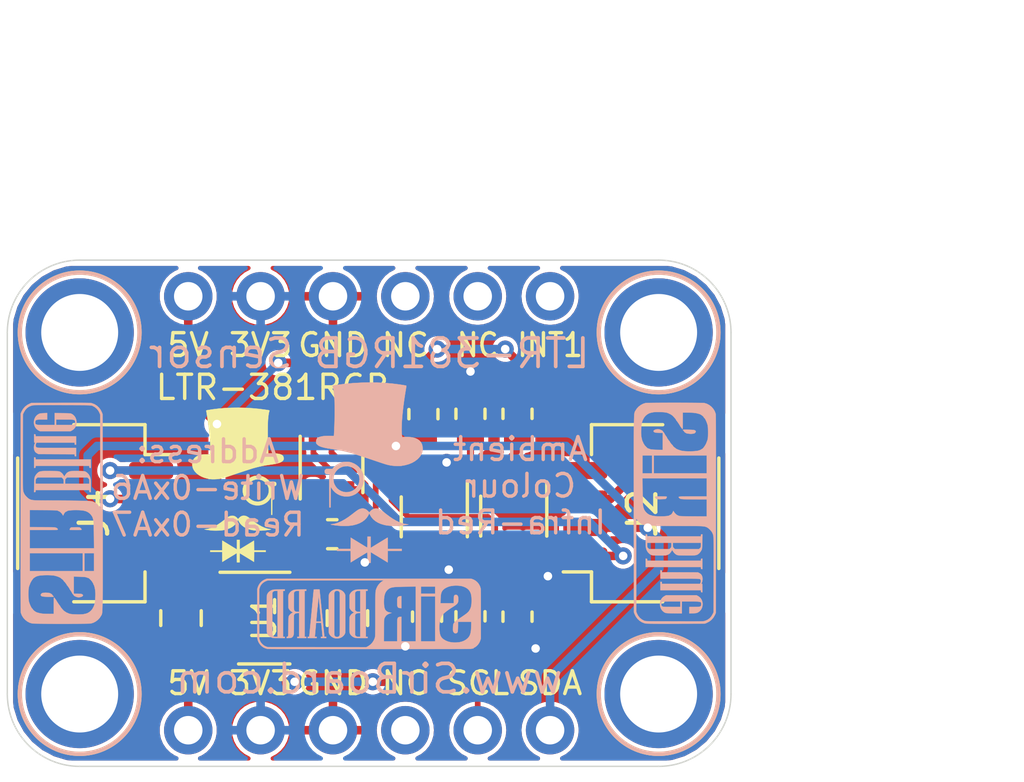
<source format=kicad_pcb>
(kicad_pcb (version 20171130) (host pcbnew "(5.1.2)-2")
  (title_block (title "LTR-381RGB Breakout with 5V Level Shift") (date 2020-01-29) (rev 1) (company SirBoard) (comment 1 "Automatic rejection for 50Hz/60Hz lighting") (comment 2 "Programmable 16 to 20 Bit Output") (comment 3 "Digital Ambient Light, Colour and Infrared Sensor with I2C") (comment 4 "LTR-381RGB - SirBlue"))
  (layers (0 F.Cu signal) (31 B.Cu signal) (34 B.Paste user hide) (35 F.Paste user hide) (36 B.SilkS user) (37 F.SilkS user) (38 B.Mask user hide) (39 F.Mask user hide) (44 Edge.Cuts user))
  (net 0 "")
  (net 1 GND)
  (net 2 5V)
  (net 3 3V3)
  (net 4 "Net-(U1-Pad4)")
  (net 5 INT1)
  (net 6 SCL_5V)
  (net 7 SDA_3V3)
  (net 8 SDA_5V)
  (net 9 SCL_3V3)
  (net 10 INT_3V3)
  (net 11 INT_5V)
  (net 12 "Net-(U2-Pad2)")
  (net 13 "Net-(J1-Pad4)")
  (net 14 "Net-(J3-Pad5)")
  (net 15 "Net-(J3-Pad4)")
  (module logo:logo54x76 (layer F.Cu) (at 60.6806 34.9758)
    (fp_text reference G*** hide)
    (fp_text value LOGO hide)
  )
  (module OptoDevice:Lite-On_LTR-303ALS-01 (layer F.Cu) (at 63.9572 34.2646 90)
    (fp_text reference LTR-381RGB (at 2.7178 -2.0574 180) (layer F.SilkS) (effects (font (size 0.85 0.85) (thickness 0.12))))
    (fp_text value LTR-381RGB-WA)
    (pad 6 smd roundrect (at 0.9 -0.65 90) (size 0.65 0.3) (layers F.Cu F.Paste F.Mask) (net 7 SDA_3V3))
    (pad 5 smd roundrect (at 0.9 0 90) (size 0.65 0.3) (layers F.Cu F.Paste F.Mask) (net 10 INT_3V3))
    (pad 4 smd roundrect (at 0.9 0.65 90) (size 0.65 0.3) (layers F.Cu F.Paste F.Mask) (net 9 SCL_3V3))
    (pad 3 smd roundrect (at -0.9 0.65 90) (size 0.65 0.3) (layers F.Cu F.Paste F.Mask) (net 1 GND))
    (pad 2 smd roundrect (at -0.9 0 90) (size 0.65 0.3) (layers F.Cu F.Paste F.Mask) (net 12 "Net-(U2-Pad2)"))
    (pad 1 smd roundrect (at -0.9 -0.65 90) (size 0.65 0.3) (layers F.Cu F.Paste F.Mask) (net 3 3V3))
  )
  (module Package_TO_SOT_SMD:SOT-363_SC-70-6 (layer F.Cu) (at 70.35292 36.068 270)
    (fp_text reference Q1 hide)
    (fp_text value BSS138DW)
    (pad 6 smd rect (at 0.95 -0.65 270) (size 0.65 0.4) (layers F.Cu F.Paste F.Mask))
    (pad 4 smd rect (at 0.95 0.65 270) (size 0.65 0.4) (layers F.Cu F.Paste F.Mask) (net 10 INT_3V3))
    (pad 2 smd rect (at -0.95 0 270) (size 0.65 0.4) (layers F.Cu F.Paste F.Mask))
    (pad 5 smd rect (at 0.95 0 270) (size 0.65 0.4) (layers F.Cu F.Paste F.Mask) (net 3 3V3))
    (pad 3 smd rect (at -0.95 0.65 270) (size 0.65 0.4) (layers F.Cu F.Paste F.Mask) (net 11 INT_5V))
    (pad 1 smd rect (at -0.95 -0.65 270) (size 0.65 0.4) (layers F.Cu F.Paste F.Mask))
  )
  (module Capacitor_SMD:C_0603_1608Metric (layer F.Cu) (at 63.9826 36.703)
    (fp_text reference C2 hide)
    (fp_text value 100nF)
    (pad 2 smd roundrect (at 0.7875 0) (size 0.875 0.95) (layers F.Cu F.Paste F.Mask) (net 1 GND))
    (pad 1 smd roundrect (at -0.7875 0) (size 0.875 0.95) (layers F.Cu F.Paste F.Mask) (net 3 3V3))
  )
  (module Package_TO_SOT_SMD:SOT-363_SC-70-6 (layer F.Cu) (at 67.564 36.0934 270)
    (fp_text reference Q2 hide)
    (fp_text value BSS138DW)
    (pad 6 smd rect (at 0.95 -0.65 270) (size 0.65 0.4) (layers F.Cu F.Paste F.Mask) (net 6 SCL_5V))
    (pad 4 smd rect (at 0.95 0.65 270) (size 0.65 0.4) (layers F.Cu F.Paste F.Mask) (net 7 SDA_3V3))
    (pad 2 smd rect (at -0.95 0 270) (size 0.65 0.4) (layers F.Cu F.Paste F.Mask) (net 3 3V3))
    (pad 5 smd rect (at 0.95 0 270) (size 0.65 0.4) (layers F.Cu F.Paste F.Mask) (net 3 3V3))
    (pad 3 smd rect (at -0.95 0.65 270) (size 0.65 0.4) (layers F.Cu F.Paste F.Mask) (net 8 SDA_5V))
    (pad 1 smd rect (at -0.95 -0.65 270) (size 0.65 0.4) (layers F.Cu F.Paste F.Mask) (net 9 SCL_3V3))
  )
  (module Resistor_SMD:R_0603_1608Metric (layer F.Cu) (at 68.834 39.5859 90)
    (fp_text reference R6 hide)
    (fp_text value 10K)
    (pad 2 smd roundrect (at 0.7875 0 90) (size 0.875 0.95) (layers F.Cu F.Paste F.Mask) (net 6 SCL_5V))
    (pad 1 smd roundrect (at -0.7875 0 90) (size 0.875 0.95) (layers F.Cu F.Paste F.Mask) (net 2 5V))
  )
  (module logo:SirBoard79x25 (layer B.Cu) (at 65.278 39.497 180)
    (fp_text reference G*** hide)
    (fp_text value LOGO hide)
  )
  (module logo:logo63x89 (layer B.Cu) (at 65.278 34.544 180)
    (fp_text reference G*** hide)
    (fp_text value LOGO hide)
  )
  (module logo:SirBlue78x29 (layer B.Cu) (at 76.0095 35.9664 270)
    (fp_text reference G*** hide)
    (fp_text value LOGO hide)
  )
  (module logo:SirBlue78x29 (layer B.Cu) (at 54.483 35.9664 90)
    (fp_text reference G*** hide)
    (fp_text value LOGO hide)
  )
  (module Connector_PinHeader_2.54mm:PinHeader_1x06_P2.54mm_Vertical (layer B.Cu) (at 58.928 28.3464 270)
    (fp_text reference J3 hide)
    (fp_text value Conn_01x06)
    (pad 6 thru_hole oval (at 0 -12.7 270) (size 1.7 1.7) (drill 1) (layers *.Cu *.Mask) (net 5 INT1))
    (pad 5 thru_hole oval (at 0 -10.16 270) (size 1.7 1.7) (drill 1) (layers *.Cu *.Mask) (net 14 "Net-(J3-Pad5)"))
    (pad 4 thru_hole oval (at 0 -7.62 270) (size 1.7 1.7) (drill 1) (layers *.Cu *.Mask) (net 15 "Net-(J3-Pad4)"))
    (pad 3 thru_hole oval (at 0 -5.08 270) (size 1.7 1.7) (drill 1) (layers *.Cu *.Mask) (net 1 GND))
    (pad 2 thru_hole oval (at 0 -2.54 270) (size 1.7 1.7) (drill 1) (layers *.Cu *.Mask) (net 3 3V3))
    (pad 1 thru_hole circle (at 0 0 270) (size 1.7 1.7) (drill 1) (layers *.Cu *.Mask) (net 2 5V))
  )
  (module Connector_PinHeader_2.54mm:PinHeader_1x06_P2.54mm_Vertical (layer B.Cu) (at 58.928 43.5864 270)
    (fp_text reference J1 hide)
    (fp_text value Conn_01x06)
    (pad 6 thru_hole oval (at 0 -12.7 270) (size 1.7 1.7) (drill 1) (layers *.Cu *.Mask) (net 8 SDA_5V))
    (pad 5 thru_hole oval (at 0 -10.16 270) (size 1.7 1.7) (drill 1) (layers *.Cu *.Mask) (net 6 SCL_5V))
    (pad 4 thru_hole oval (at 0 -7.62 270) (size 1.7 1.7) (drill 1) (layers *.Cu *.Mask) (net 13 "Net-(J1-Pad4)"))
    (pad 3 thru_hole oval (at 0 -5.08 270) (size 1.7 1.7) (drill 1) (layers *.Cu *.Mask) (net 1 GND))
    (pad 2 thru_hole oval (at 0 -2.54 270) (size 1.7 1.7) (drill 1) (layers *.Cu *.Mask) (net 3 3V3))
    (pad 1 thru_hole circle (at 0 0 270) (size 1.7 1.7) (drill 1) (layers *.Cu *.Mask) (net 2 5V))
  )
  (module Package_TO_SOT_SMD:SOT-23-5 (layer F.Cu) (at 61.595 39.6494)
    (fp_text reference U1 (at 0 0 90) (layer F.SilkS) (effects (font (size 0.8 0.8) (thickness 0.12))))
    (fp_text value AP2127K-3.3)
    (pad 5 smd rect (at 1.1 -0.95) (size 1.06 0.65) (layers F.Cu F.Paste F.Mask) (net 3 3V3))
    (pad 4 smd rect (at 1.1 0.95) (size 1.06 0.65) (layers F.Cu F.Paste F.Mask) (net 4 "Net-(U1-Pad4)"))
    (pad 3 smd rect (at -1.1 0.95) (size 1.06 0.65) (layers F.Cu F.Paste F.Mask) (net 2 5V))
    (pad 2 smd rect (at -1.1 0) (size 1.06 0.65) (layers F.Cu F.Paste F.Mask) (net 1 GND))
    (pad 1 smd rect (at -1.1 -0.95) (size 1.06 0.65) (layers F.Cu F.Paste F.Mask) (net 2 5V))
  )
  (module Connector_JST:JST_SH_SM04B-SRSS-TB_1x04-1MP_P1.00mm_Horizontal (layer F.Cu) (at 55.626 35.9664 270)
    (fp_text reference J4 (at 0 0 270) (layer F.SilkS))
    (fp_text value Conn_01x04)
    (pad MP smd roundrect (at 2.8 1.875 270) (size 1.2 1.8) (layers F.Cu F.Paste F.Mask) (roundrect_rratio 0.208333))
    (pad MP smd roundrect (at -2.8 1.875 270) (size 1.2 1.8) (layers F.Cu F.Paste F.Mask) (roundrect_rratio 0.208333))
    (pad 4 smd roundrect (at 1.5 -2 270) (size 0.6 1.55) (layers F.Cu F.Paste F.Mask) (net 1 GND))
    (pad 3 smd roundrect (at 0.5 -2 270) (size 0.6 1.55) (layers F.Cu F.Paste F.Mask) (net 2 5V))
    (pad 2 smd roundrect (at -0.5 -2 270) (size 0.6 1.55) (layers F.Cu F.Paste F.Mask) (net 8 SDA_5V))
    (pad 1 smd roundrect (at -1.5 -2 270) (size 0.6 1.55) (layers F.Cu F.Paste F.Mask) (net 6 SCL_5V))
  )
  (module Connector_JST:JST_SH_SM04B-SRSS-TB_1x04-1MP_P1.00mm_Horizontal (layer F.Cu) (at 74.8665 35.9664 90)
    (fp_text reference J2 (at 0 0 90) (layer F.SilkS))
    (fp_text value Conn_01x04)
    (pad MP smd roundrect (at 2.8 1.875 90) (size 1.2 1.8) (layers F.Cu F.Paste F.Mask) (roundrect_rratio 0.208333))
    (pad MP smd roundrect (at -2.8 1.875 90) (size 1.2 1.8) (layers F.Cu F.Paste F.Mask) (roundrect_rratio 0.208333))
    (pad 4 smd roundrect (at 1.5 -2 90) (size 0.6 1.55) (layers F.Cu F.Paste F.Mask) (net 1 GND))
    (pad 3 smd roundrect (at 0.5 -2 90) (size 0.6 1.55) (layers F.Cu F.Paste F.Mask) (net 2 5V))
    (pad 2 smd roundrect (at -0.5 -2 90) (size 0.6 1.55) (layers F.Cu F.Paste F.Mask) (net 8 SDA_5V))
    (pad 1 smd roundrect (at -1.5 -2 90) (size 0.6 1.55) (layers F.Cu F.Paste F.Mask) (net 6 SCL_5V))
  )
  (module Capacitor_SMD:C_0805_2012Metric (layer F.Cu) (at 64.516 39.6494 270)
    (fp_text reference C4 hide)
    (fp_text value 10uF)
    (pad 2 smd roundrect (at 0.9375 0 270) (size 0.975 1.4) (layers F.Cu F.Paste F.Mask) (net 1 GND))
    (pad 1 smd roundrect (at -0.9375 0 270) (size 0.975 1.4) (layers F.Cu F.Paste F.Mask) (net 3 3V3))
  )
  (module Capacitor_SMD:C_0805_2012Metric (layer F.Cu) (at 58.674 39.6494 90)
    (fp_text reference C1 hide)
    (fp_text value 10uF)
    (pad 2 smd roundrect (at 0.9375 0 90) (size 0.975 1.4) (layers F.Cu F.Paste F.Mask) (net 1 GND))
    (pad 1 smd roundrect (at -0.9375 0 90) (size 0.975 1.4) (layers F.Cu F.Paste F.Mask) (net 2 5V))
  )
  (module SirBoardLibrary:MountingHole_M2.5_SirBoard (layer F.Cu) (at 55.118 42.3164 270)
    (fp_text reference H1 hide)
    (fp_text value MountingHole)
    (pad 1 thru_hole circle (at 0 0 270) (size 3.8 3.8) (drill 2.7) (layers *.Cu *.Mask))
  )
  (module SirBoardLibrary:MountingHole_M2.5_SirBoard (layer F.Cu) (at 55.118 29.6164 270)
    (fp_text reference H2 hide)
    (fp_text value MountingHole)
    (pad 1 thru_hole circle (at 0 0 270) (size 3.8 3.8) (drill 2.7) (layers *.Cu *.Mask))
  )
  (module SirBoardLibrary:MountingHole_M2.5_SirBoard (layer F.Cu) (at 75.438 42.3164 90)
    (fp_text reference H3 hide)
    (fp_text value MountingHole)
    (pad 1 thru_hole circle (at 0 0 90) (size 3.8 3.8) (drill 2.7) (layers *.Cu *.Mask))
  )
  (module SirBoardLibrary:MountingHole_M2.5_SirBoard (layer F.Cu) (at 75.438 29.6164 90)
    (fp_text reference H4 hide)
    (fp_text value MountingHole)
    (pad 1 thru_hole circle (at 0 0 90) (size 3.8 3.8) (drill 2.7) (layers *.Cu *.Mask))
  )
  (module Resistor_SMD:R_0603_1608Metric (layer F.Cu) (at 67.183 32.4866 270)
    (fp_text reference R8 hide)
    (fp_text value 10K)
    (pad 2 smd roundrect (at 0.7875 0 270) (size 0.875 0.95) (layers F.Cu F.Paste F.Mask) (net 8 SDA_5V))
    (pad 1 smd roundrect (at -0.7875 0 270) (size 0.875 0.95) (layers F.Cu F.Paste F.Mask) (net 2 5V))
  )
  (module Resistor_SMD:R_0603_1608Metric (layer F.Cu) (at 67.31 39.5986 270)
    (fp_text reference R7 hide)
    (fp_text value 10K)
    (pad 2 smd roundrect (at 0.7875 0 270) (size 0.875 0.95) (layers F.Cu F.Paste F.Mask) (net 3 3V3))
    (pad 1 smd roundrect (at -0.7875 0 270) (size 0.875 0.95) (layers F.Cu F.Paste F.Mask) (net 7 SDA_3V3))
  )
  (module Resistor_SMD:R_0603_1608Metric (layer F.Cu) (at 68.834 32.4739 90)
    (fp_text reference R5 hide)
    (fp_text value 10K)
    (pad 2 smd roundrect (at 0.7875 0 90) (size 0.875 0.95) (layers F.Cu F.Paste F.Mask) (net 3 3V3))
    (pad 1 smd roundrect (at -0.7875 0 90) (size 0.875 0.95) (layers F.Cu F.Paste F.Mask) (net 9 SCL_3V3))
  )
  (module Resistor_SMD:R_0603_1608Metric (layer F.Cu) (at 70.485 32.4739 270)
    (fp_text reference R4 hide)
    (fp_text value 10K)
    (pad 2 smd roundrect (at 0.7875 0 270) (size 0.875 0.95) (layers F.Cu F.Paste F.Mask) (net 11 INT_5V))
    (pad 1 smd roundrect (at -0.7875 0 270) (size 0.875 0.95) (layers F.Cu F.Paste F.Mask) (net 2 5V))
  )
  (module Resistor_SMD:R_0603_1608Metric (layer F.Cu) (at 70.485 39.5986 270)
    (fp_text reference R3 hide)
    (fp_text value 10K)
    (pad 2 smd roundrect (at 0.7875 0 270) (size 0.875 0.95) (layers F.Cu F.Paste F.Mask) (net 3 3V3))
    (pad 1 smd roundrect (at -0.7875 0 270) (size 0.875 0.95) (layers F.Cu F.Paste F.Mask) (net 10 INT_3V3))
  )
  (gr_text "Ambient\nColour\nInfra-Red" (at 70.5866 35.0012) (layer B.SilkS) (effects (font (size 0.8 0.8) (thickness 0.12)) (justify mirror)))
  (gr_text "Address:\nWrite-0xA6\nRead-0xA7" (at 59.6138 35.0774) (layer B.SilkS) (effects (font (size 0.8 0.8) (thickness 0.12)) (justify mirror)))
  (gr_text INT1 (at 71.628 30.0609) (layer F.SilkS) (effects (font (size 0.8 0.7) (thickness 0.12))))
  (gr_text NC (at 69.088 30.0609) (layer F.SilkS) (effects (font (size 0.8 0.7) (thickness 0.12))))
  (gr_text 5V (at 58.928 30.0609) (layer F.SilkS) (effects (font (size 0.8 0.8) (thickness 0.12))))
  (gr_text 3V3 (at 61.468 30.0609) (layer F.SilkS) (effects (font (size 0.8 0.8) (thickness 0.12))))
  (gr_text GND (at 64.008 30.0609) (layer F.SilkS) (effects (font (size 0.8 0.8) (thickness 0.12))))
  (gr_text NC (at 66.548 30.0609) (layer F.SilkS) (effects (font (size 0.8 0.8) (thickness 0.12))))
  (gr_text 5V (at 58.928 41.9354) (layer F.SilkS) (effects (font (size 0.8 0.8) (thickness 0.12))))
  (gr_text 3V3 (at 61.468 41.9354) (layer F.SilkS) (effects (font (size 0.8 0.8) (thickness 0.12))))
  (gr_text GND (at 64.008 41.9354) (layer F.SilkS) (effects (font (size 0.8 0.8) (thickness 0.12))))
  (gr_text NC (at 66.548 41.9354) (layer F.SilkS) (effects (font (size 0.8 0.8) (thickness 0.12))))
  (gr_text SCL (at 69.088 41.9354) (layer F.SilkS) (effects (font (size 0.8 0.8) (thickness 0.12))))
  (gr_text SDA (at 71.628 41.9354) (layer F.SilkS) (effects (font (size 0.8 0.8) (thickness 0.12))))
  (gr_arc (start 55.118 29.6164) (end 55.118 27.0764) (angle -90) (layer Edge.Cuts) (width 0.05))
  (gr_arc (start 75.438 29.6164) (end 77.978 29.6164) (angle -90) (layer Edge.Cuts) (width 0.05))
  (gr_arc (start 75.438 42.3164) (end 75.438 44.8564) (angle -90) (layer Edge.Cuts) (width 0.05))
  (gr_arc (start 55.118 42.3164) (end 52.578 42.3164) (angle -90) (layer Edge.Cuts) (width 0.05))
  (gr_line (start 52.578 42.3164) (end 52.578 29.6164) (layer Edge.Cuts) (width 0.05))
  (gr_line (start 55.118 27.0764) (end 75.438 27.0764) (layer Edge.Cuts) (width 0.05))
  (gr_line (start 77.978 29.6164) (end 77.978 42.3164) (layer Edge.Cuts) (width 0.05))
  (gr_line (start 75.438 44.8564) (end 55.118 44.8564) (layer Edge.Cuts) (width 0.05))
  (gr_text "LTR-381RGB Sensor" (at 65.278 30.353) (layer B.SilkS) (effects (font (size 1 1) (thickness 0.13)) (justify mirror)))
  (gr_text www.SirBoard.com (at 65.278 41.783) (layer B.SilkS) (effects (font (size 1 1) (thickness 0.13)) (justify mirror)))
  (segment (start 58.674 40.5869) (end 58.674 41.7449) (width 0.3) (layer F.Cu) (net 2))
  (segment (start 58.928 41.9989) (end 58.928 43.5864) (width 0.3) (layer F.Cu) (net 2))
  (segment (start 58.674 41.7449) (end 58.928 41.9989) (width 0.3) (layer F.Cu) (net 2))
  (segment (start 58.6865 40.5994) (end 58.674 40.5869) (width 0.3) (layer F.Cu) (net 2))
  (segment (start 60.495 40.5994) (end 58.6865 40.5994) (width 0.3) (layer F.Cu) (net 2))
  (segment (start 61.2165 40.5994) (end 60.495 40.5994) (width 0.3) (layer F.Cu) (net 2))
  (segment (start 61.468 40.3479) (end 61.2165 40.5994) (width 0.3) (layer F.Cu) (net 2))
  (segment (start 61.468 38.9509) (end 61.468 40.3479) (width 0.3) (layer F.Cu) (net 2))
  (segment (start 60.495 38.6994) (end 61.2165 38.6994) (width 0.3) (layer F.Cu) (net 2))
  (segment (start 61.2165 38.6994) (end 61.468 38.9509) (width 0.3) (layer F.Cu) (net 2))
  (segment (start 70.485 30.6324) (end 70.485 31.6864) (width 0.3) (layer F.Cu) (net 2))
  (segment (start 70.0532 30.2006) (end 70.0532 30.2006) (width 0.3) (layer F.Cu) (net 2))
  (segment (start 67.183 31.6991) (end 67.183 30.6832) (width 0.3) (layer F.Cu) (net 2))
  (segment (start 67.183 30.6832) (end 67.6656 30.2006) (width 0.3) (layer F.Cu) (net 2))
  (segment (start 57.626 36.4664) (end 59.936 36.4664) (width 0.3) (layer F.Cu) (net 2))
  (segment (start 60.495 37.0254) (end 60.495 38.6994) (width 0.3) (layer F.Cu) (net 2))
  (segment (start 59.936 36.4664) (end 60.495 37.0254) (width 0.3) (layer F.Cu) (net 2))
  (segment (start 68.834 41.3766) (end 68.834 40.3734) (width 0.3) (layer F.Cu) (net 2))
  (segment (start 68.326 41.8846) (end 68.834 41.3766) (width 0.3) (layer F.Cu) (net 2))
  (segment (start 60.495 40.5994) (end 60.495 41.2244) (width 0.3) (layer F.Cu) (net 2))
  (segment (start 60.495 41.2244) (end 61.1552 41.8846) (width 0.3) (layer F.Cu) (net 2))
  (via (at 62.6618 41.8846) (size 0.6) (drill 0.3) (layers F.Cu B.Cu) (net 2))
  (segment (start 61.1552 41.8846) (end 62.6618 41.8846) (width 0.3) (layer F.Cu) (net 2))
  (via (at 65.405 41.8846) (size 0.6) (drill 0.3) (layers F.Cu B.Cu) (net 2))
  (segment (start 62.6618 41.8846) (end 65.405 41.8846) (width 0.3) (layer B.Cu) (net 2))
  (segment (start 65.405 41.8846) (end 68.326 41.8846) (width 0.3) (layer F.Cu) (net 2))
  (segment (start 74.1934 33.3248) (end 74.1934 35.0145) (width 0.3) (layer F.Cu) (net 2))
  (segment (start 72.555 31.6864) (end 74.1934 33.3248) (width 0.3) (layer F.Cu) (net 2))
  (segment (start 70.485 31.6864) (end 72.555 31.6864) (width 0.3) (layer F.Cu) (net 2))
  (segment (start 74.1934 35.0145) (end 73.7415 35.4664) (width 0.3) (layer F.Cu) (net 2))
  (segment (start 73.7415 35.4664) (end 72.8665 35.4664) (width 0.3) (layer F.Cu) (net 2))
  (segment (start 59.936 36.4664) (end 59.936 32.8342) (width 0.3) (layer F.Cu) (net 2))
  (segment (start 58.928 31.8262) (end 58.928 28.3464) (width 0.3) (layer F.Cu) (net 2))
  (segment (start 59.936 32.8342) (end 58.928 31.8262) (width 0.3) (layer F.Cu) (net 2))
  (segment (start 67.183 30.6832) (end 62.087 30.6832) (width 0.3) (layer F.Cu) (net 2))
  (segment (start 62.087 30.6832) (end 62.087 30.6832) (width 0.3) (layer F.Cu) (net 2))
  (via (at 62.087 30.6832) (size 0.6) (drill 0.3) (layers F.Cu B.Cu) (net 2))
  (segment (start 59.936 32.8342) (end 59.936 32.8342) (width 0.3) (layer F.Cu) (net 2))
  (via (at 59.936 32.8342) (size 0.6) (drill 0.3) (layers F.Cu B.Cu) (net 2))
  (segment (start 62.087 30.6832) (end 59.936 32.8342) (width 0.3) (layer B.Cu) (net 2))
  (segment (start 70.0532 30.2006) (end 70.485 30.6324) (width 0.3) (layer F.Cu) (net 2))
  (via (at 70.0532 30.2006) (size 0.6) (drill 0.3) (layers F.Cu B.Cu) (net 2))
  (segment (start 67.6656 30.2006) (end 67.6656 30.2006) (width 0.3) (layer F.Cu) (net 2))
  (via (at 67.6656 30.2006) (size 0.6) (drill 0.3) (layers F.Cu B.Cu) (net 2))
  (segment (start 70.0532 30.2006) (end 67.6656 30.2006) (width 0.3) (layer B.Cu) (net 2))
  (segment (start 64.5035 38.6994) (end 64.516 38.7119) (width 0.3) (layer F.Cu) (net 3))
  (segment (start 62.695 38.6994) (end 64.5035 38.6994) (width 0.3) (layer F.Cu) (net 3))
  (via (at 65.1256 37.6936) (size 0.6) (drill 0.3) (layers F.Cu B.Cu) (net 3))
  (segment (start 64.516 38.7119) (end 64.516 38.3032) (width 0.3) (layer F.Cu) (net 3))
  (segment (start 64.516 38.3032) (end 65.1256 37.6936) (width 0.3) (layer F.Cu) (net 3))
  (via (at 66.548 40.64) (size 0.6) (drill 0.3) (layers F.Cu B.Cu) (net 3))
  (segment (start 67.31 40.3861) (end 66.8019 40.3861) (width 0.3) (layer F.Cu) (net 3))
  (segment (start 66.8019 40.3861) (end 66.548 40.64) (width 0.3) (layer F.Cu) (net 3))
  (via (at 71.12 40.7162) (size 0.6) (drill 0.3) (layers F.Cu B.Cu) (net 3))
  (segment (start 70.485 40.3861) (end 70.7899 40.3861) (width 0.3) (layer F.Cu) (net 3))
  (segment (start 70.7899 40.3861) (end 71.12 40.7162) (width 0.3) (layer F.Cu) (net 3))
  (via (at 68.072 37.9476) (size 0.6) (drill 0.3) (layers F.Cu B.Cu) (net 3))
  (segment (start 67.564 37.0434) (end 67.564 37.4396) (width 0.2) (layer F.Cu) (net 3))
  (segment (start 67.564 37.4396) (end 68.072 37.9476) (width 0.2) (layer F.Cu) (net 3))
  (segment (start 70.35292 37.543) (end 70.60512 37.7952) (width 0.2) (layer F.Cu) (net 3))
  (segment (start 70.35292 37.018) (end 70.35292 37.543) (width 0.2) (layer F.Cu) (net 3))
  (via (at 71.5518 38.1762) (size 0.6) (drill 0.3) (layers F.Cu B.Cu) (net 3))
  (segment (start 70.60512 37.7952) (end 71.1708 37.7952) (width 0.2) (layer F.Cu) (net 3))
  (segment (start 71.1708 37.7952) (end 71.5518 38.1762) (width 0.2) (layer F.Cu) (net 3))
  (via (at 68.834 30.988) (size 0.6) (drill 0.3) (layers F.Cu B.Cu) (net 3))
  (segment (start 68.834 31.6864) (end 68.834 30.988) (width 0.2) (layer F.Cu) (net 3))
  (segment (start 67.564 34.61301) (end 67.695801 34.481209) (width 0.2) (layer F.Cu) (net 3))
  (segment (start 67.564 35.1434) (end 67.564 34.61301) (width 0.2) (layer F.Cu) (net 3))
  (segment (start 67.695801 34.481209) (end 67.9958 34.18121) (width 0.2) (layer F.Cu) (net 3))
  (via (at 67.9958 34.18121) (size 0.6) (drill 0.3) (layers F.Cu B.Cu) (net 3))
  (segment (start 62.695 37.8955) (end 62.695 38.6994) (width 0.3) (layer F.Cu) (net 3))
  (segment (start 63.1951 36.703) (end 63.1951 37.3954) (width 0.3) (layer F.Cu) (net 3))
  (segment (start 63.1951 37.3954) (end 62.695 37.8955) (width 0.3) (layer F.Cu) (net 3))
  (segment (start 63.1951 36.69734) (end 63.1951 36.703) (width 0.2) (layer F.Cu) (net 3))
  (segment (start 63.3072 35.1646) (end 63.3072 36.58524) (width 0.2) (layer F.Cu) (net 3))
  (segment (start 63.3072 36.58524) (end 63.1951 36.69734) (width 0.2) (layer F.Cu) (net 3))
  (segment (start 68.834 37.3634) (end 68.834 38.7984) (width 0.25) (layer F.Cu) (net 6))
  (segment (start 68.214 37.0434) (end 68.514 37.0434) (width 0.25) (layer F.Cu) (net 6))
  (segment (start 68.514 37.0434) (end 68.834 37.3634) (width 0.25) (layer F.Cu) (net 6))
  (segment (start 68.834 38.7984) (end 69.6468 39.6112) (width 0.2) (layer F.Cu) (net 6))
  (segment (start 69.088 42.384319) (end 69.088 43.5864) (width 0.2) (layer F.Cu) (net 6))
  (segment (start 69.6468 41.825519) (end 69.088 42.384319) (width 0.2) (layer F.Cu) (net 6))
  (segment (start 69.6468 39.6112) (end 69.6468 41.825519) (width 0.2) (layer F.Cu) (net 6))
  (segment (start 69.6468 39.6112) (end 71.9964 39.6112) (width 0.2) (layer F.Cu) (net 6))
  (segment (start 72.8665 38.7411) (end 72.8665 37.4664) (width 0.2) (layer F.Cu) (net 6))
  (segment (start 71.9964 39.6112) (end 72.8665 38.7411) (width 0.2) (layer F.Cu) (net 6))
  (via (at 56.1848 34.4678) (size 0.6) (drill 0.3) (layers F.Cu B.Cu) (net 6))
  (segment (start 57.626 34.4664) (end 56.1862 34.4664) (width 0.3) (layer F.Cu) (net 6))
  (segment (start 56.1862 34.4664) (end 56.1848 34.4678) (width 0.3) (layer F.Cu) (net 6))
  (segment (start 74.192 37.4664) (end 74.1934 37.465) (width 0.3) (layer F.Cu) (net 6))
  (via (at 74.1934 37.465) (size 0.6) (drill 0.3) (layers F.Cu B.Cu) (net 6))
  (segment (start 72.8665 37.4664) (end 74.192 37.4664) (width 0.3) (layer F.Cu) (net 6))
  (segment (start 73.893401 37.165001) (end 74.1934 37.465) (width 0.3) (layer B.Cu) (net 6))
  (segment (start 72.9996 36.2712) (end 73.893401 37.165001) (width 0.3) (layer B.Cu) (net 6))
  (segment (start 66.3448 36.2712) (end 72.9996 36.2712) (width 0.3) (layer B.Cu) (net 6))
  (segment (start 56.1848 34.4678) (end 64.5414 34.4678) (width 0.3) (layer B.Cu) (net 6))
  (segment (start 64.5414 34.4678) (end 66.3448 36.2712) (width 0.3) (layer B.Cu) (net 6))
  (segment (start 66.914 38.4151) (end 67.31 38.8111) (width 0.25) (layer F.Cu) (net 7))
  (segment (start 66.914 37.0434) (end 66.914 38.4151) (width 0.25) (layer F.Cu) (net 7))
  (segment (start 63.29958 33.37222) (end 63.3072 33.3646) (width 0.2) (layer F.Cu) (net 7))
  (segment (start 66.5074 37.0434) (end 66.914 37.0434) (width 0.2) (layer F.Cu) (net 7))
  (segment (start 65.5066 36.0426) (end 66.5074 37.0434) (width 0.2) (layer F.Cu) (net 7))
  (segment (start 63.3072 33.3646) (end 63.3222 33.3796) (width 0.2) (layer F.Cu) (net 7))
  (segment (start 63.3222 33.8582) (end 63.9064 34.4424) (width 0.2) (layer F.Cu) (net 7))
  (segment (start 63.3222 33.3796) (end 63.3222 33.8582) (width 0.2) (layer F.Cu) (net 7))
  (segment (start 63.9064 34.4424) (end 65.1256 34.4424) (width 0.2) (layer F.Cu) (net 7))
  (segment (start 65.1256 34.4424) (end 65.5066 34.8234) (width 0.2) (layer F.Cu) (net 7))
  (segment (start 65.5066 34.8234) (end 65.5066 36.0426) (width 0.2) (layer F.Cu) (net 7))
  (segment (start 66.914 33.5431) (end 66.914 35.1434) (width 0.25) (layer F.Cu) (net 8))
  (segment (start 67.183 33.2741) (end 66.914 33.5431) (width 0.25) (layer F.Cu) (net 8))
  (via (at 56.1848 35.4584) (size 0.6) (drill 0.3) (layers F.Cu B.Cu) (net 8))
  (segment (start 57.626 35.4664) (end 56.1928 35.4664) (width 0.3) (layer F.Cu) (net 8))
  (segment (start 56.1928 35.4664) (end 56.1848 35.4584) (width 0.3) (layer F.Cu) (net 8))
  (segment (start 55.760536 35.4584) (end 55.3974 35.095264) (width 0.3) (layer B.Cu) (net 8))
  (segment (start 56.1848 35.4584) (end 55.760536 35.4584) (width 0.3) (layer B.Cu) (net 8))
  (segment (start 55.3974 35.095264) (end 55.3974 33.9344) (width 0.3) (layer B.Cu) (net 8))
  (segment (start 55.3974 33.9344) (end 55.7276 33.6042) (width 0.3) (layer B.Cu) (net 8))
  (via (at 66.2178 33.6042) (size 0.6) (drill 0.3) (layers F.Cu B.Cu) (net 8))
  (segment (start 55.7276 33.6042) (end 66.2178 33.6042) (width 0.3) (layer B.Cu) (net 8))
  (segment (start 66.5479 33.2741) (end 66.2178 33.6042) (width 0.3) (layer F.Cu) (net 8))
  (segment (start 67.183 33.2741) (end 66.5479 33.2741) (width 0.3) (layer F.Cu) (net 8))
  (via (at 75.057 36.4744) (size 0.6) (drill 0.3) (layers F.Cu B.Cu) (net 8))
  (segment (start 66.2178 33.6042) (end 72.1868 33.6042) (width 0.3) (layer B.Cu) (net 8))
  (segment (start 72.1868 33.6042) (end 75.057 36.4744) (width 0.3) (layer B.Cu) (net 8))
  (segment (start 72.8745 36.4744) (end 72.8665 36.4664) (width 0.3) (layer F.Cu) (net 8))
  (segment (start 75.057 36.4744) (end 72.8745 36.4744) (width 0.3) (layer F.Cu) (net 8))
  (segment (start 75.4634 36.8808) (end 75.057 36.4744) (width 0.3) (layer B.Cu) (net 8))
  (segment (start 75.4634 37.8968) (end 75.4634 36.8808) (width 0.3) (layer B.Cu) (net 8))
  (segment (start 71.628 43.5864) (end 71.628 41.7322) (width 0.3) (layer B.Cu) (net 8))
  (segment (start 71.628 41.7322) (end 75.4634 37.8968) (width 0.3) (layer B.Cu) (net 8))
  (segment (start 68.4886 35.1434) (end 68.214 35.1434) (width 0.25) (layer F.Cu) (net 9))
  (segment (start 68.834 33.2614) (end 68.834 34.798) (width 0.25) (layer F.Cu) (net 9))
  (segment (start 68.834 34.798) (end 68.4886 35.1434) (width 0.25) (layer F.Cu) (net 9))
  (segment (start 68.0592 32.4866) (end 68.834 33.2614) (width 0.2) (layer F.Cu) (net 9))
  (segment (start 66.3194 32.4866) (end 68.0592 32.4866) (width 0.2) (layer F.Cu) (net 9))
  (segment (start 64.6072 33.3646) (end 65.4414 33.3646) (width 0.2) (layer F.Cu) (net 9))
  (segment (start 65.4414 33.3646) (end 66.3194 32.4866) (width 0.2) (layer F.Cu) (net 9))
  (segment (start 70.485 38.58255) (end 70.485 38.8111) (width 0.25) (layer F.Cu) (net 10))
  (segment (start 69.70292 37.018) (end 69.70292 37.80047) (width 0.25) (layer F.Cu) (net 10))
  (segment (start 69.70292 37.80047) (end 70.485 38.58255) (width 0.25) (layer F.Cu) (net 10))
  (segment (start 69.4436 36.0934) (end 69.70292 36.35272) (width 0.2) (layer F.Cu) (net 10))
  (segment (start 66.6496 36.0934) (end 69.4436 36.0934) (width 0.2) (layer F.Cu) (net 10))
  (segment (start 63.9572 33.8328) (end 64.1858 34.0614) (width 0.2) (layer F.Cu) (net 10))
  (segment (start 63.9572 33.3646) (end 63.9572 33.8328) (width 0.2) (layer F.Cu) (net 10))
  (segment (start 64.1858 34.0614) (end 65.405 34.0614) (width 0.2) (layer F.Cu) (net 10))
  (segment (start 65.405 34.0614) (end 66.0654 34.7218) (width 0.2) (layer F.Cu) (net 10))
  (segment (start 66.0654 34.7218) (end 66.0654 35.5092) (width 0.2) (layer F.Cu) (net 10))
  (segment (start 69.70292 36.35272) (end 69.70292 37.018) (width 0.2) (layer F.Cu) (net 10))
  (segment (start 66.0654 35.5092) (end 66.6496 36.0934) (width 0.2) (layer F.Cu) (net 10))
  (segment (start 69.70292 34.543) (end 69.70292 35.118) (width 0.25) (layer F.Cu) (net 11))
  (segment (start 70.485 33.2614) (end 70.485 33.76092) (width 0.25) (layer F.Cu) (net 11))
  (segment (start 70.485 33.76092) (end 69.70292 34.543) (width 0.25) (layer F.Cu) (net 11))
  (zone (net 3) (net_name 3V3) (layer B.Cu) (connect_pads (clearance 0.15)) (min_thickness 0.15) (fill yes (arc_segments 32) (thermal_gap 0.2) (thermal_bridge_width 0.3))
    (polygon (pts (xy 52.7812 27.2796) (xy 77.7748 27.2796) (xy 77.7748 44.6532) (xy 52.7812 44.6532)))
  )
  (zone (net 1) (net_name GND) (layer F.Cu) (connect_pads (clearance 0.15)) (min_thickness 0.15) (fill yes (arc_segments 32) (thermal_gap 0.2) (thermal_bridge_width 0.3))
    (polygon (pts (xy 52.7812 27.2796) (xy 77.7748 27.2796) (xy 77.7748 44.6532) (xy 52.7812 44.6532)))
  )
)
</source>
